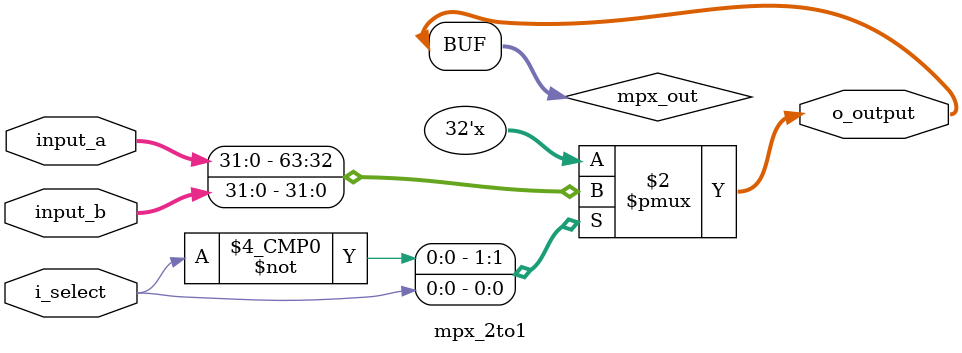
<source format=v>
/**

**/

module mpx_2to1
    #(
        // Parameters
        parameter N     =   32
    )
    (   
        // Input 
        input wire [N-1 : 0]    input_a,        // Input 1
        input wire [N-1 : 0]    input_b,        // Input 2
        input wire              i_select,       // Control Line
        // Output
        output wire [N-1 : 0]   o_output        // Output Line 
    );

    // Parameters
    localparam A = 1'b0;
    localparam B = 1'b1;

    reg [N-1 : 0] mpx_out;
    assign o_output = mpx_out;

    always @(*) 
    begin
        case(i_select)
            A:          mpx_out = input_a;
            B:          mpx_out = input_b;
            default:    mpx_out = input_a;
        endcase
    end

endmodule
</source>
